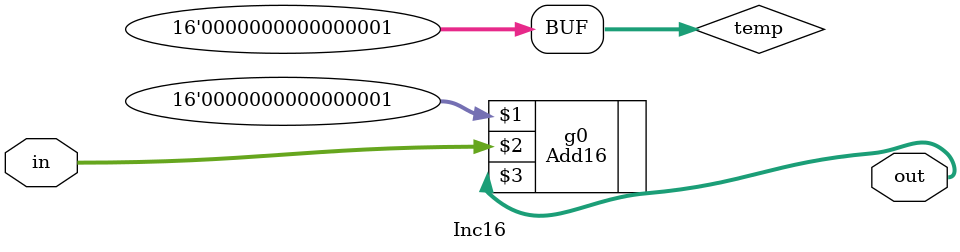
<source format=v>
`include "../02/Add16.v"

module Inc16(in,out);
    input[15:0] in;
    output[15:0] out;
    reg[15:0] temp=16'b0000000000000001;
    
    Add16 g0(temp,in,out);

endmodule
</source>
